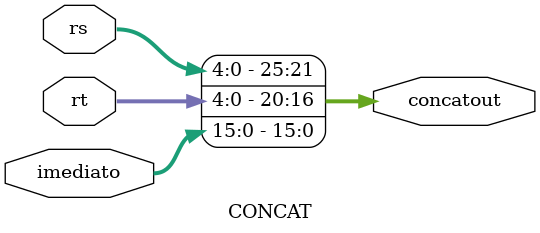
<source format=v>
module CONCAT (rs, rt, imediato, concatout);

//concaternar rs,rt e imediato
  input [4:0] rs;
  input [4:0] rt;
  input [15:0] imediato;
  output reg [25:0] concatout;

always @(*)
begin
  concatout[25:0] <= {rs[4:0], rt[4:0], imediato[15:0]};
end


endmodule

</source>
